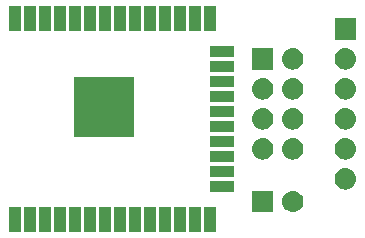
<source format=gbr>
G04 #@! TF.GenerationSoftware,KiCad,Pcbnew,5.1.4*
G04 #@! TF.CreationDate,2019-11-18T21:05:01+01:00*
G04 #@! TF.ProjectId,antivol,616e7469-766f-46c2-9e6b-696361645f70,rev?*
G04 #@! TF.SameCoordinates,Original*
G04 #@! TF.FileFunction,Soldermask,Bot*
G04 #@! TF.FilePolarity,Negative*
%FSLAX46Y46*%
G04 Gerber Fmt 4.6, Leading zero omitted, Abs format (unit mm)*
G04 Created by KiCad (PCBNEW 5.1.4) date 2019-11-18 21:05:01*
%MOMM*%
%LPD*%
G04 APERTURE LIST*
%ADD10C,0.100000*%
G04 APERTURE END LIST*
D10*
G36*
X51936000Y-117501000D02*
G01*
X50934000Y-117501000D01*
X50934000Y-115399000D01*
X51936000Y-115399000D01*
X51936000Y-117501000D01*
X51936000Y-117501000D01*
G37*
G36*
X67176000Y-117501000D02*
G01*
X66174000Y-117501000D01*
X66174000Y-115399000D01*
X67176000Y-115399000D01*
X67176000Y-117501000D01*
X67176000Y-117501000D01*
G37*
G36*
X68446000Y-117501000D02*
G01*
X67444000Y-117501000D01*
X67444000Y-115399000D01*
X68446000Y-115399000D01*
X68446000Y-117501000D01*
X68446000Y-117501000D01*
G37*
G36*
X65906000Y-117501000D02*
G01*
X64904000Y-117501000D01*
X64904000Y-115399000D01*
X65906000Y-115399000D01*
X65906000Y-117501000D01*
X65906000Y-117501000D01*
G37*
G36*
X64636000Y-117501000D02*
G01*
X63634000Y-117501000D01*
X63634000Y-115399000D01*
X64636000Y-115399000D01*
X64636000Y-117501000D01*
X64636000Y-117501000D01*
G37*
G36*
X63366000Y-117501000D02*
G01*
X62364000Y-117501000D01*
X62364000Y-115399000D01*
X63366000Y-115399000D01*
X63366000Y-117501000D01*
X63366000Y-117501000D01*
G37*
G36*
X62096000Y-117501000D02*
G01*
X61094000Y-117501000D01*
X61094000Y-115399000D01*
X62096000Y-115399000D01*
X62096000Y-117501000D01*
X62096000Y-117501000D01*
G37*
G36*
X60826000Y-117501000D02*
G01*
X59824000Y-117501000D01*
X59824000Y-115399000D01*
X60826000Y-115399000D01*
X60826000Y-117501000D01*
X60826000Y-117501000D01*
G37*
G36*
X58286000Y-117501000D02*
G01*
X57284000Y-117501000D01*
X57284000Y-115399000D01*
X58286000Y-115399000D01*
X58286000Y-117501000D01*
X58286000Y-117501000D01*
G37*
G36*
X57016000Y-117501000D02*
G01*
X56014000Y-117501000D01*
X56014000Y-115399000D01*
X57016000Y-115399000D01*
X57016000Y-117501000D01*
X57016000Y-117501000D01*
G37*
G36*
X55746000Y-117501000D02*
G01*
X54744000Y-117501000D01*
X54744000Y-115399000D01*
X55746000Y-115399000D01*
X55746000Y-117501000D01*
X55746000Y-117501000D01*
G37*
G36*
X54476000Y-117501000D02*
G01*
X53474000Y-117501000D01*
X53474000Y-115399000D01*
X54476000Y-115399000D01*
X54476000Y-117501000D01*
X54476000Y-117501000D01*
G37*
G36*
X53206000Y-117501000D02*
G01*
X52204000Y-117501000D01*
X52204000Y-115399000D01*
X53206000Y-115399000D01*
X53206000Y-117501000D01*
X53206000Y-117501000D01*
G37*
G36*
X59556000Y-117501000D02*
G01*
X58554000Y-117501000D01*
X58554000Y-115399000D01*
X59556000Y-115399000D01*
X59556000Y-117501000D01*
X59556000Y-117501000D01*
G37*
G36*
X75040442Y-114040518D02*
G01*
X75106627Y-114047037D01*
X75276466Y-114098557D01*
X75432991Y-114182222D01*
X75468729Y-114211552D01*
X75570186Y-114294814D01*
X75653448Y-114396271D01*
X75682778Y-114432009D01*
X75766443Y-114588534D01*
X75817963Y-114758373D01*
X75835359Y-114935000D01*
X75817963Y-115111627D01*
X75766443Y-115281466D01*
X75682778Y-115437991D01*
X75653448Y-115473729D01*
X75570186Y-115575186D01*
X75468729Y-115658448D01*
X75432991Y-115687778D01*
X75276466Y-115771443D01*
X75106627Y-115822963D01*
X75040443Y-115829481D01*
X74974260Y-115836000D01*
X74885740Y-115836000D01*
X74819557Y-115829481D01*
X74753373Y-115822963D01*
X74583534Y-115771443D01*
X74427009Y-115687778D01*
X74391271Y-115658448D01*
X74289814Y-115575186D01*
X74206552Y-115473729D01*
X74177222Y-115437991D01*
X74093557Y-115281466D01*
X74042037Y-115111627D01*
X74024641Y-114935000D01*
X74042037Y-114758373D01*
X74093557Y-114588534D01*
X74177222Y-114432009D01*
X74206552Y-114396271D01*
X74289814Y-114294814D01*
X74391271Y-114211552D01*
X74427009Y-114182222D01*
X74583534Y-114098557D01*
X74753373Y-114047037D01*
X74819558Y-114040518D01*
X74885740Y-114034000D01*
X74974260Y-114034000D01*
X75040442Y-114040518D01*
X75040442Y-114040518D01*
G37*
G36*
X73291000Y-115836000D02*
G01*
X71489000Y-115836000D01*
X71489000Y-114034000D01*
X73291000Y-114034000D01*
X73291000Y-115836000D01*
X73291000Y-115836000D01*
G37*
G36*
X69996000Y-114166000D02*
G01*
X67894000Y-114166000D01*
X67894000Y-113164000D01*
X69996000Y-113164000D01*
X69996000Y-114166000D01*
X69996000Y-114166000D01*
G37*
G36*
X79485443Y-112135519D02*
G01*
X79551627Y-112142037D01*
X79721466Y-112193557D01*
X79877991Y-112277222D01*
X79913729Y-112306552D01*
X80015186Y-112389814D01*
X80098448Y-112491271D01*
X80127778Y-112527009D01*
X80211443Y-112683534D01*
X80262963Y-112853373D01*
X80280359Y-113030000D01*
X80262963Y-113206627D01*
X80211443Y-113376466D01*
X80127778Y-113532991D01*
X80098448Y-113568729D01*
X80015186Y-113670186D01*
X79913729Y-113753448D01*
X79877991Y-113782778D01*
X79721466Y-113866443D01*
X79551627Y-113917963D01*
X79485443Y-113924481D01*
X79419260Y-113931000D01*
X79330740Y-113931000D01*
X79264557Y-113924481D01*
X79198373Y-113917963D01*
X79028534Y-113866443D01*
X78872009Y-113782778D01*
X78836271Y-113753448D01*
X78734814Y-113670186D01*
X78651552Y-113568729D01*
X78622222Y-113532991D01*
X78538557Y-113376466D01*
X78487037Y-113206627D01*
X78469641Y-113030000D01*
X78487037Y-112853373D01*
X78538557Y-112683534D01*
X78622222Y-112527009D01*
X78651552Y-112491271D01*
X78734814Y-112389814D01*
X78836271Y-112306552D01*
X78872009Y-112277222D01*
X79028534Y-112193557D01*
X79198373Y-112142037D01*
X79264557Y-112135519D01*
X79330740Y-112129000D01*
X79419260Y-112129000D01*
X79485443Y-112135519D01*
X79485443Y-112135519D01*
G37*
G36*
X69996000Y-112896000D02*
G01*
X67894000Y-112896000D01*
X67894000Y-111894000D01*
X69996000Y-111894000D01*
X69996000Y-112896000D01*
X69996000Y-112896000D01*
G37*
G36*
X69996000Y-111626000D02*
G01*
X67894000Y-111626000D01*
X67894000Y-110624000D01*
X69996000Y-110624000D01*
X69996000Y-111626000D01*
X69996000Y-111626000D01*
G37*
G36*
X72500442Y-109595518D02*
G01*
X72566627Y-109602037D01*
X72736466Y-109653557D01*
X72892991Y-109737222D01*
X72928729Y-109766552D01*
X73030186Y-109849814D01*
X73113448Y-109951271D01*
X73142778Y-109987009D01*
X73226443Y-110143534D01*
X73277963Y-110313373D01*
X73295359Y-110490000D01*
X73277963Y-110666627D01*
X73226443Y-110836466D01*
X73142778Y-110992991D01*
X73113448Y-111028729D01*
X73030186Y-111130186D01*
X72928729Y-111213448D01*
X72892991Y-111242778D01*
X72736466Y-111326443D01*
X72566627Y-111377963D01*
X72500443Y-111384481D01*
X72434260Y-111391000D01*
X72345740Y-111391000D01*
X72279557Y-111384481D01*
X72213373Y-111377963D01*
X72043534Y-111326443D01*
X71887009Y-111242778D01*
X71851271Y-111213448D01*
X71749814Y-111130186D01*
X71666552Y-111028729D01*
X71637222Y-110992991D01*
X71553557Y-110836466D01*
X71502037Y-110666627D01*
X71484641Y-110490000D01*
X71502037Y-110313373D01*
X71553557Y-110143534D01*
X71637222Y-109987009D01*
X71666552Y-109951271D01*
X71749814Y-109849814D01*
X71851271Y-109766552D01*
X71887009Y-109737222D01*
X72043534Y-109653557D01*
X72213373Y-109602037D01*
X72279558Y-109595518D01*
X72345740Y-109589000D01*
X72434260Y-109589000D01*
X72500442Y-109595518D01*
X72500442Y-109595518D01*
G37*
G36*
X79485442Y-109595518D02*
G01*
X79551627Y-109602037D01*
X79721466Y-109653557D01*
X79877991Y-109737222D01*
X79913729Y-109766552D01*
X80015186Y-109849814D01*
X80098448Y-109951271D01*
X80127778Y-109987009D01*
X80211443Y-110143534D01*
X80262963Y-110313373D01*
X80280359Y-110490000D01*
X80262963Y-110666627D01*
X80211443Y-110836466D01*
X80127778Y-110992991D01*
X80098448Y-111028729D01*
X80015186Y-111130186D01*
X79913729Y-111213448D01*
X79877991Y-111242778D01*
X79721466Y-111326443D01*
X79551627Y-111377963D01*
X79485443Y-111384481D01*
X79419260Y-111391000D01*
X79330740Y-111391000D01*
X79264557Y-111384481D01*
X79198373Y-111377963D01*
X79028534Y-111326443D01*
X78872009Y-111242778D01*
X78836271Y-111213448D01*
X78734814Y-111130186D01*
X78651552Y-111028729D01*
X78622222Y-110992991D01*
X78538557Y-110836466D01*
X78487037Y-110666627D01*
X78469641Y-110490000D01*
X78487037Y-110313373D01*
X78538557Y-110143534D01*
X78622222Y-109987009D01*
X78651552Y-109951271D01*
X78734814Y-109849814D01*
X78836271Y-109766552D01*
X78872009Y-109737222D01*
X79028534Y-109653557D01*
X79198373Y-109602037D01*
X79264558Y-109595518D01*
X79330740Y-109589000D01*
X79419260Y-109589000D01*
X79485442Y-109595518D01*
X79485442Y-109595518D01*
G37*
G36*
X75040442Y-109595518D02*
G01*
X75106627Y-109602037D01*
X75276466Y-109653557D01*
X75432991Y-109737222D01*
X75468729Y-109766552D01*
X75570186Y-109849814D01*
X75653448Y-109951271D01*
X75682778Y-109987009D01*
X75766443Y-110143534D01*
X75817963Y-110313373D01*
X75835359Y-110490000D01*
X75817963Y-110666627D01*
X75766443Y-110836466D01*
X75682778Y-110992991D01*
X75653448Y-111028729D01*
X75570186Y-111130186D01*
X75468729Y-111213448D01*
X75432991Y-111242778D01*
X75276466Y-111326443D01*
X75106627Y-111377963D01*
X75040443Y-111384481D01*
X74974260Y-111391000D01*
X74885740Y-111391000D01*
X74819557Y-111384481D01*
X74753373Y-111377963D01*
X74583534Y-111326443D01*
X74427009Y-111242778D01*
X74391271Y-111213448D01*
X74289814Y-111130186D01*
X74206552Y-111028729D01*
X74177222Y-110992991D01*
X74093557Y-110836466D01*
X74042037Y-110666627D01*
X74024641Y-110490000D01*
X74042037Y-110313373D01*
X74093557Y-110143534D01*
X74177222Y-109987009D01*
X74206552Y-109951271D01*
X74289814Y-109849814D01*
X74391271Y-109766552D01*
X74427009Y-109737222D01*
X74583534Y-109653557D01*
X74753373Y-109602037D01*
X74819558Y-109595518D01*
X74885740Y-109589000D01*
X74974260Y-109589000D01*
X75040442Y-109595518D01*
X75040442Y-109595518D01*
G37*
G36*
X69996000Y-110356000D02*
G01*
X67894000Y-110356000D01*
X67894000Y-109354000D01*
X69996000Y-109354000D01*
X69996000Y-110356000D01*
X69996000Y-110356000D01*
G37*
G36*
X61486000Y-109501000D02*
G01*
X56384000Y-109501000D01*
X56384000Y-104399000D01*
X61486000Y-104399000D01*
X61486000Y-109501000D01*
X61486000Y-109501000D01*
G37*
G36*
X69996000Y-109086000D02*
G01*
X67894000Y-109086000D01*
X67894000Y-108084000D01*
X69996000Y-108084000D01*
X69996000Y-109086000D01*
X69996000Y-109086000D01*
G37*
G36*
X72500442Y-107055518D02*
G01*
X72566627Y-107062037D01*
X72736466Y-107113557D01*
X72892991Y-107197222D01*
X72928729Y-107226552D01*
X73030186Y-107309814D01*
X73113448Y-107411271D01*
X73142778Y-107447009D01*
X73226443Y-107603534D01*
X73277963Y-107773373D01*
X73295359Y-107950000D01*
X73277963Y-108126627D01*
X73226443Y-108296466D01*
X73142778Y-108452991D01*
X73113448Y-108488729D01*
X73030186Y-108590186D01*
X72928729Y-108673448D01*
X72892991Y-108702778D01*
X72736466Y-108786443D01*
X72566627Y-108837963D01*
X72500442Y-108844482D01*
X72434260Y-108851000D01*
X72345740Y-108851000D01*
X72279558Y-108844482D01*
X72213373Y-108837963D01*
X72043534Y-108786443D01*
X71887009Y-108702778D01*
X71851271Y-108673448D01*
X71749814Y-108590186D01*
X71666552Y-108488729D01*
X71637222Y-108452991D01*
X71553557Y-108296466D01*
X71502037Y-108126627D01*
X71484641Y-107950000D01*
X71502037Y-107773373D01*
X71553557Y-107603534D01*
X71637222Y-107447009D01*
X71666552Y-107411271D01*
X71749814Y-107309814D01*
X71851271Y-107226552D01*
X71887009Y-107197222D01*
X72043534Y-107113557D01*
X72213373Y-107062037D01*
X72279558Y-107055518D01*
X72345740Y-107049000D01*
X72434260Y-107049000D01*
X72500442Y-107055518D01*
X72500442Y-107055518D01*
G37*
G36*
X75040442Y-107055518D02*
G01*
X75106627Y-107062037D01*
X75276466Y-107113557D01*
X75432991Y-107197222D01*
X75468729Y-107226552D01*
X75570186Y-107309814D01*
X75653448Y-107411271D01*
X75682778Y-107447009D01*
X75766443Y-107603534D01*
X75817963Y-107773373D01*
X75835359Y-107950000D01*
X75817963Y-108126627D01*
X75766443Y-108296466D01*
X75682778Y-108452991D01*
X75653448Y-108488729D01*
X75570186Y-108590186D01*
X75468729Y-108673448D01*
X75432991Y-108702778D01*
X75276466Y-108786443D01*
X75106627Y-108837963D01*
X75040442Y-108844482D01*
X74974260Y-108851000D01*
X74885740Y-108851000D01*
X74819558Y-108844482D01*
X74753373Y-108837963D01*
X74583534Y-108786443D01*
X74427009Y-108702778D01*
X74391271Y-108673448D01*
X74289814Y-108590186D01*
X74206552Y-108488729D01*
X74177222Y-108452991D01*
X74093557Y-108296466D01*
X74042037Y-108126627D01*
X74024641Y-107950000D01*
X74042037Y-107773373D01*
X74093557Y-107603534D01*
X74177222Y-107447009D01*
X74206552Y-107411271D01*
X74289814Y-107309814D01*
X74391271Y-107226552D01*
X74427009Y-107197222D01*
X74583534Y-107113557D01*
X74753373Y-107062037D01*
X74819558Y-107055518D01*
X74885740Y-107049000D01*
X74974260Y-107049000D01*
X75040442Y-107055518D01*
X75040442Y-107055518D01*
G37*
G36*
X79485442Y-107055518D02*
G01*
X79551627Y-107062037D01*
X79721466Y-107113557D01*
X79877991Y-107197222D01*
X79913729Y-107226552D01*
X80015186Y-107309814D01*
X80098448Y-107411271D01*
X80127778Y-107447009D01*
X80211443Y-107603534D01*
X80262963Y-107773373D01*
X80280359Y-107950000D01*
X80262963Y-108126627D01*
X80211443Y-108296466D01*
X80127778Y-108452991D01*
X80098448Y-108488729D01*
X80015186Y-108590186D01*
X79913729Y-108673448D01*
X79877991Y-108702778D01*
X79721466Y-108786443D01*
X79551627Y-108837963D01*
X79485442Y-108844482D01*
X79419260Y-108851000D01*
X79330740Y-108851000D01*
X79264558Y-108844482D01*
X79198373Y-108837963D01*
X79028534Y-108786443D01*
X78872009Y-108702778D01*
X78836271Y-108673448D01*
X78734814Y-108590186D01*
X78651552Y-108488729D01*
X78622222Y-108452991D01*
X78538557Y-108296466D01*
X78487037Y-108126627D01*
X78469641Y-107950000D01*
X78487037Y-107773373D01*
X78538557Y-107603534D01*
X78622222Y-107447009D01*
X78651552Y-107411271D01*
X78734814Y-107309814D01*
X78836271Y-107226552D01*
X78872009Y-107197222D01*
X79028534Y-107113557D01*
X79198373Y-107062037D01*
X79264558Y-107055518D01*
X79330740Y-107049000D01*
X79419260Y-107049000D01*
X79485442Y-107055518D01*
X79485442Y-107055518D01*
G37*
G36*
X69996000Y-107816000D02*
G01*
X67894000Y-107816000D01*
X67894000Y-106814000D01*
X69996000Y-106814000D01*
X69996000Y-107816000D01*
X69996000Y-107816000D01*
G37*
G36*
X69996000Y-106546000D02*
G01*
X67894000Y-106546000D01*
X67894000Y-105544000D01*
X69996000Y-105544000D01*
X69996000Y-106546000D01*
X69996000Y-106546000D01*
G37*
G36*
X79485443Y-104515519D02*
G01*
X79551627Y-104522037D01*
X79721466Y-104573557D01*
X79877991Y-104657222D01*
X79913729Y-104686552D01*
X80015186Y-104769814D01*
X80098448Y-104871271D01*
X80127778Y-104907009D01*
X80211443Y-105063534D01*
X80262963Y-105233373D01*
X80280359Y-105410000D01*
X80262963Y-105586627D01*
X80211443Y-105756466D01*
X80127778Y-105912991D01*
X80098448Y-105948729D01*
X80015186Y-106050186D01*
X79913729Y-106133448D01*
X79877991Y-106162778D01*
X79721466Y-106246443D01*
X79551627Y-106297963D01*
X79485442Y-106304482D01*
X79419260Y-106311000D01*
X79330740Y-106311000D01*
X79264558Y-106304482D01*
X79198373Y-106297963D01*
X79028534Y-106246443D01*
X78872009Y-106162778D01*
X78836271Y-106133448D01*
X78734814Y-106050186D01*
X78651552Y-105948729D01*
X78622222Y-105912991D01*
X78538557Y-105756466D01*
X78487037Y-105586627D01*
X78469641Y-105410000D01*
X78487037Y-105233373D01*
X78538557Y-105063534D01*
X78622222Y-104907009D01*
X78651552Y-104871271D01*
X78734814Y-104769814D01*
X78836271Y-104686552D01*
X78872009Y-104657222D01*
X79028534Y-104573557D01*
X79198373Y-104522037D01*
X79264557Y-104515519D01*
X79330740Y-104509000D01*
X79419260Y-104509000D01*
X79485443Y-104515519D01*
X79485443Y-104515519D01*
G37*
G36*
X72500443Y-104515519D02*
G01*
X72566627Y-104522037D01*
X72736466Y-104573557D01*
X72892991Y-104657222D01*
X72928729Y-104686552D01*
X73030186Y-104769814D01*
X73113448Y-104871271D01*
X73142778Y-104907009D01*
X73226443Y-105063534D01*
X73277963Y-105233373D01*
X73295359Y-105410000D01*
X73277963Y-105586627D01*
X73226443Y-105756466D01*
X73142778Y-105912991D01*
X73113448Y-105948729D01*
X73030186Y-106050186D01*
X72928729Y-106133448D01*
X72892991Y-106162778D01*
X72736466Y-106246443D01*
X72566627Y-106297963D01*
X72500442Y-106304482D01*
X72434260Y-106311000D01*
X72345740Y-106311000D01*
X72279558Y-106304482D01*
X72213373Y-106297963D01*
X72043534Y-106246443D01*
X71887009Y-106162778D01*
X71851271Y-106133448D01*
X71749814Y-106050186D01*
X71666552Y-105948729D01*
X71637222Y-105912991D01*
X71553557Y-105756466D01*
X71502037Y-105586627D01*
X71484641Y-105410000D01*
X71502037Y-105233373D01*
X71553557Y-105063534D01*
X71637222Y-104907009D01*
X71666552Y-104871271D01*
X71749814Y-104769814D01*
X71851271Y-104686552D01*
X71887009Y-104657222D01*
X72043534Y-104573557D01*
X72213373Y-104522037D01*
X72279557Y-104515519D01*
X72345740Y-104509000D01*
X72434260Y-104509000D01*
X72500443Y-104515519D01*
X72500443Y-104515519D01*
G37*
G36*
X75040443Y-104515519D02*
G01*
X75106627Y-104522037D01*
X75276466Y-104573557D01*
X75432991Y-104657222D01*
X75468729Y-104686552D01*
X75570186Y-104769814D01*
X75653448Y-104871271D01*
X75682778Y-104907009D01*
X75766443Y-105063534D01*
X75817963Y-105233373D01*
X75835359Y-105410000D01*
X75817963Y-105586627D01*
X75766443Y-105756466D01*
X75682778Y-105912991D01*
X75653448Y-105948729D01*
X75570186Y-106050186D01*
X75468729Y-106133448D01*
X75432991Y-106162778D01*
X75276466Y-106246443D01*
X75106627Y-106297963D01*
X75040442Y-106304482D01*
X74974260Y-106311000D01*
X74885740Y-106311000D01*
X74819558Y-106304482D01*
X74753373Y-106297963D01*
X74583534Y-106246443D01*
X74427009Y-106162778D01*
X74391271Y-106133448D01*
X74289814Y-106050186D01*
X74206552Y-105948729D01*
X74177222Y-105912991D01*
X74093557Y-105756466D01*
X74042037Y-105586627D01*
X74024641Y-105410000D01*
X74042037Y-105233373D01*
X74093557Y-105063534D01*
X74177222Y-104907009D01*
X74206552Y-104871271D01*
X74289814Y-104769814D01*
X74391271Y-104686552D01*
X74427009Y-104657222D01*
X74583534Y-104573557D01*
X74753373Y-104522037D01*
X74819557Y-104515519D01*
X74885740Y-104509000D01*
X74974260Y-104509000D01*
X75040443Y-104515519D01*
X75040443Y-104515519D01*
G37*
G36*
X69996000Y-105276000D02*
G01*
X67894000Y-105276000D01*
X67894000Y-104274000D01*
X69996000Y-104274000D01*
X69996000Y-105276000D01*
X69996000Y-105276000D01*
G37*
G36*
X69996000Y-104006000D02*
G01*
X67894000Y-104006000D01*
X67894000Y-103004000D01*
X69996000Y-103004000D01*
X69996000Y-104006000D01*
X69996000Y-104006000D01*
G37*
G36*
X73291000Y-103771000D02*
G01*
X71489000Y-103771000D01*
X71489000Y-101969000D01*
X73291000Y-101969000D01*
X73291000Y-103771000D01*
X73291000Y-103771000D01*
G37*
G36*
X75040442Y-101975518D02*
G01*
X75106627Y-101982037D01*
X75276466Y-102033557D01*
X75432991Y-102117222D01*
X75468729Y-102146552D01*
X75570186Y-102229814D01*
X75653448Y-102331271D01*
X75682778Y-102367009D01*
X75766443Y-102523534D01*
X75817963Y-102693373D01*
X75835359Y-102870000D01*
X75817963Y-103046627D01*
X75766443Y-103216466D01*
X75682778Y-103372991D01*
X75653448Y-103408729D01*
X75570186Y-103510186D01*
X75468729Y-103593448D01*
X75432991Y-103622778D01*
X75276466Y-103706443D01*
X75106627Y-103757963D01*
X75040443Y-103764481D01*
X74974260Y-103771000D01*
X74885740Y-103771000D01*
X74819557Y-103764481D01*
X74753373Y-103757963D01*
X74583534Y-103706443D01*
X74427009Y-103622778D01*
X74391271Y-103593448D01*
X74289814Y-103510186D01*
X74206552Y-103408729D01*
X74177222Y-103372991D01*
X74093557Y-103216466D01*
X74042037Y-103046627D01*
X74024641Y-102870000D01*
X74042037Y-102693373D01*
X74093557Y-102523534D01*
X74177222Y-102367009D01*
X74206552Y-102331271D01*
X74289814Y-102229814D01*
X74391271Y-102146552D01*
X74427009Y-102117222D01*
X74583534Y-102033557D01*
X74753373Y-101982037D01*
X74819558Y-101975518D01*
X74885740Y-101969000D01*
X74974260Y-101969000D01*
X75040442Y-101975518D01*
X75040442Y-101975518D01*
G37*
G36*
X79485442Y-101975518D02*
G01*
X79551627Y-101982037D01*
X79721466Y-102033557D01*
X79877991Y-102117222D01*
X79913729Y-102146552D01*
X80015186Y-102229814D01*
X80098448Y-102331271D01*
X80127778Y-102367009D01*
X80211443Y-102523534D01*
X80262963Y-102693373D01*
X80280359Y-102870000D01*
X80262963Y-103046627D01*
X80211443Y-103216466D01*
X80127778Y-103372991D01*
X80098448Y-103408729D01*
X80015186Y-103510186D01*
X79913729Y-103593448D01*
X79877991Y-103622778D01*
X79721466Y-103706443D01*
X79551627Y-103757963D01*
X79485443Y-103764481D01*
X79419260Y-103771000D01*
X79330740Y-103771000D01*
X79264557Y-103764481D01*
X79198373Y-103757963D01*
X79028534Y-103706443D01*
X78872009Y-103622778D01*
X78836271Y-103593448D01*
X78734814Y-103510186D01*
X78651552Y-103408729D01*
X78622222Y-103372991D01*
X78538557Y-103216466D01*
X78487037Y-103046627D01*
X78469641Y-102870000D01*
X78487037Y-102693373D01*
X78538557Y-102523534D01*
X78622222Y-102367009D01*
X78651552Y-102331271D01*
X78734814Y-102229814D01*
X78836271Y-102146552D01*
X78872009Y-102117222D01*
X79028534Y-102033557D01*
X79198373Y-101982037D01*
X79264558Y-101975518D01*
X79330740Y-101969000D01*
X79419260Y-101969000D01*
X79485442Y-101975518D01*
X79485442Y-101975518D01*
G37*
G36*
X69996000Y-102736000D02*
G01*
X67894000Y-102736000D01*
X67894000Y-101734000D01*
X69996000Y-101734000D01*
X69996000Y-102736000D01*
X69996000Y-102736000D01*
G37*
G36*
X80276000Y-101231000D02*
G01*
X78474000Y-101231000D01*
X78474000Y-99429000D01*
X80276000Y-99429000D01*
X80276000Y-101231000D01*
X80276000Y-101231000D01*
G37*
G36*
X68446000Y-100501000D02*
G01*
X67444000Y-100501000D01*
X67444000Y-98399000D01*
X68446000Y-98399000D01*
X68446000Y-100501000D01*
X68446000Y-100501000D01*
G37*
G36*
X67176000Y-100501000D02*
G01*
X66174000Y-100501000D01*
X66174000Y-98399000D01*
X67176000Y-98399000D01*
X67176000Y-100501000D01*
X67176000Y-100501000D01*
G37*
G36*
X65906000Y-100501000D02*
G01*
X64904000Y-100501000D01*
X64904000Y-98399000D01*
X65906000Y-98399000D01*
X65906000Y-100501000D01*
X65906000Y-100501000D01*
G37*
G36*
X64636000Y-100501000D02*
G01*
X63634000Y-100501000D01*
X63634000Y-98399000D01*
X64636000Y-98399000D01*
X64636000Y-100501000D01*
X64636000Y-100501000D01*
G37*
G36*
X63366000Y-100501000D02*
G01*
X62364000Y-100501000D01*
X62364000Y-98399000D01*
X63366000Y-98399000D01*
X63366000Y-100501000D01*
X63366000Y-100501000D01*
G37*
G36*
X62096000Y-100501000D02*
G01*
X61094000Y-100501000D01*
X61094000Y-98399000D01*
X62096000Y-98399000D01*
X62096000Y-100501000D01*
X62096000Y-100501000D01*
G37*
G36*
X59556000Y-100501000D02*
G01*
X58554000Y-100501000D01*
X58554000Y-98399000D01*
X59556000Y-98399000D01*
X59556000Y-100501000D01*
X59556000Y-100501000D01*
G37*
G36*
X58286000Y-100501000D02*
G01*
X57284000Y-100501000D01*
X57284000Y-98399000D01*
X58286000Y-98399000D01*
X58286000Y-100501000D01*
X58286000Y-100501000D01*
G37*
G36*
X51936000Y-100501000D02*
G01*
X50934000Y-100501000D01*
X50934000Y-98399000D01*
X51936000Y-98399000D01*
X51936000Y-100501000D01*
X51936000Y-100501000D01*
G37*
G36*
X53206000Y-100501000D02*
G01*
X52204000Y-100501000D01*
X52204000Y-98399000D01*
X53206000Y-98399000D01*
X53206000Y-100501000D01*
X53206000Y-100501000D01*
G37*
G36*
X54476000Y-100501000D02*
G01*
X53474000Y-100501000D01*
X53474000Y-98399000D01*
X54476000Y-98399000D01*
X54476000Y-100501000D01*
X54476000Y-100501000D01*
G37*
G36*
X55746000Y-100501000D02*
G01*
X54744000Y-100501000D01*
X54744000Y-98399000D01*
X55746000Y-98399000D01*
X55746000Y-100501000D01*
X55746000Y-100501000D01*
G37*
G36*
X60826000Y-100501000D02*
G01*
X59824000Y-100501000D01*
X59824000Y-98399000D01*
X60826000Y-98399000D01*
X60826000Y-100501000D01*
X60826000Y-100501000D01*
G37*
G36*
X57016000Y-100501000D02*
G01*
X56014000Y-100501000D01*
X56014000Y-98399000D01*
X57016000Y-98399000D01*
X57016000Y-100501000D01*
X57016000Y-100501000D01*
G37*
M02*

</source>
